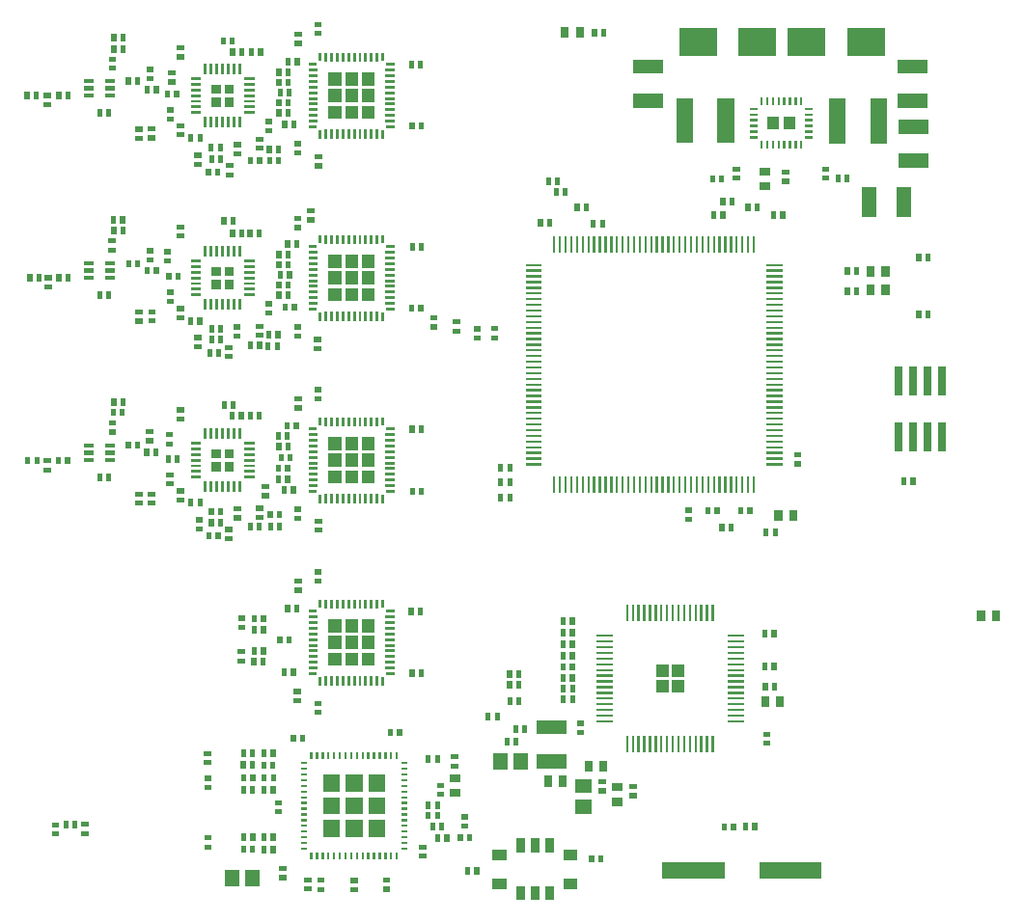
<source format=gbr>
G04 start of page 11 for group -4015 idx -4015 *
G04 Title: (unknown), toppaste *
G04 Creator: pcb 20110918 *
G04 CreationDate: Fri 21 Dec 2012 09:55:09 PM GMT UTC *
G04 For: pmonta *
G04 Format: Gerber/RS-274X *
G04 PCB-Dimensions: 400000 320000 *
G04 PCB-Coordinate-Origin: lower left *
%MOIN*%
%FSLAX25Y25*%
%LNTOPPASTE*%
%ADD192R,0.0350X0.0350*%
%ADD191R,0.0280X0.0280*%
%ADD190R,0.0140X0.0140*%
%ADD189R,0.0098X0.0098*%
%ADD188C,0.0001*%
%ADD187R,0.0078X0.0078*%
%ADD186R,0.0945X0.0945*%
%ADD185R,0.0492X0.0492*%
%ADD184R,0.0275X0.0275*%
%ADD183R,0.0177X0.0177*%
%ADD182R,0.0571X0.0571*%
%ADD181R,0.0260X0.0260*%
G54D181*X322400Y171600D02*Y164400D01*
X327400Y171600D02*Y164400D01*
X332400Y171600D02*Y164400D01*
X337400Y171600D02*Y164400D01*
Y191000D02*Y183800D01*
X332400Y191000D02*Y183800D01*
X327400Y191000D02*Y183800D01*
X322400Y191000D02*Y183800D01*
G54D182*X277258Y18300D02*X293006D01*
X243793D02*X259541D01*
G54D183*X327474Y153193D02*Y152407D01*
X324326Y153193D02*Y152407D01*
G54D184*X201441Y49492D02*Y48508D01*
X206559Y49492D02*Y48508D01*
G54D185*X184957Y56193D02*Y55407D01*
X192043Y56193D02*Y55407D01*
G54D183*X279474Y89193D02*Y88407D01*
X276326Y89193D02*Y88407D01*
X279426Y100393D02*Y99607D01*
X276278Y100393D02*Y99607D01*
X183874Y71693D02*Y70907D01*
X180726Y71693D02*Y70907D01*
X279574Y82193D02*Y81407D01*
X276426Y82193D02*Y81407D01*
G54D184*X281559Y76892D02*Y75908D01*
X276441Y76892D02*Y75908D01*
G54D183*X276607Y62126D02*X277393D01*
X276607Y65274D02*X277393D01*
X262300Y33593D02*Y32807D01*
X265448Y33593D02*Y32807D01*
X272774Y33693D02*Y32907D01*
X269626Y33693D02*Y32907D01*
G54D185*X324645Y296005D02*X330155D01*
X324645Y284195D02*X330155D01*
G54D186*X309465Y304500D02*X313007D01*
X288993D02*X292535D01*
G54D182*X315487Y282221D02*Y272379D01*
X301313Y282221D02*Y272379D01*
X262787Y282321D02*Y272479D01*
X248613Y282321D02*Y272479D01*
G54D186*X251493Y304500D02*X255035D01*
X271965D02*X275507D01*
G54D185*X233145Y296005D02*X238655D01*
X233145Y284195D02*X238655D01*
G54D183*X283107Y256326D02*X283893D01*
X283107Y259474D02*X283893D01*
G54D184*X275908Y254641D02*X276892D01*
X275908Y259759D02*X276892D01*
G54D183*X296907Y260574D02*X297693D01*
X296907Y257426D02*X297693D01*
X304674Y257693D02*Y256907D01*
X301526Y257693D02*Y256907D01*
X258226Y257593D02*Y256807D01*
X261374Y257593D02*Y256807D01*
X266107Y257426D02*X266893D01*
X266107Y260574D02*X266893D01*
X287181Y161848D02*X287967D01*
X287181Y158700D02*X287967D01*
G54D184*X286059Y141392D02*Y140408D01*
X280941Y141392D02*Y140408D01*
G54D183*X279874Y135493D02*Y134707D01*
X276726Y135493D02*Y134707D01*
X188174Y152693D02*Y151907D01*
X185026Y152693D02*Y151907D01*
X261426Y137193D02*Y136407D01*
X264574Y137193D02*Y136407D01*
X249507Y139526D02*X250293D01*
X249507Y142674D02*X250293D01*
X188174Y157793D02*Y157007D01*
X185026Y157793D02*Y157007D01*
X267926Y142893D02*Y142107D01*
X271074Y142893D02*Y142107D01*
X256626Y142893D02*Y142107D01*
X259774Y142893D02*Y142107D01*
X304826Y225793D02*Y225007D01*
X307974Y225793D02*Y225007D01*
G54D184*X312841Y225692D02*Y224708D01*
X317959Y225692D02*Y224708D01*
X312841Y219292D02*Y218308D01*
X317959Y219292D02*Y218308D01*
G54D183*X190226Y67393D02*Y66607D01*
X193374Y67393D02*Y66607D01*
X187226Y62993D02*Y62207D01*
X190374Y62993D02*Y62207D01*
G54D185*X199745Y67705D02*X205255D01*
X199745Y55895D02*X205255D01*
G54D183*X212207Y65900D02*X212993D01*
X212207Y69048D02*X212993D01*
X188174Y147493D02*Y146707D01*
X185026Y147493D02*Y146707D01*
X258626Y245093D02*Y244307D01*
X261774Y245093D02*Y244307D01*
X207374Y253093D02*Y252307D01*
X204226Y253093D02*Y252307D01*
X204674Y256693D02*Y255907D01*
X201526Y256693D02*Y255907D01*
X264974Y249793D02*Y249007D01*
X261826Y249793D02*Y249007D01*
X176607Y205374D02*X177393D01*
X176607Y202226D02*X177393D01*
G54D185*X324845Y263490D02*X330355D01*
X324845Y275300D02*X330355D01*
X312395Y252055D02*Y246545D01*
X324205Y252055D02*Y246545D01*
G54D183*X329400Y210693D02*Y209907D01*
X332548Y210693D02*Y209907D01*
X329452Y230493D02*Y229707D01*
X332600Y230493D02*Y229707D01*
X182533Y205448D02*X183319D01*
X182533Y202300D02*X183319D01*
X304826Y218693D02*Y217907D01*
X307974Y218693D02*Y217907D01*
X161607Y209148D02*X162393D01*
X161607Y206000D02*X162393D01*
X169407Y207748D02*X170193D01*
X169407Y204600D02*X170193D01*
G54D187*X275109Y269905D02*Y268133D01*
X277078Y269905D02*Y268133D01*
X279047Y269905D02*Y268133D01*
X281016Y269905D02*Y268133D01*
X282985Y269905D02*Y268133D01*
X284954Y269905D02*Y268133D01*
X286923Y269905D02*Y268133D01*
X288892Y269905D02*Y268133D01*
X288891Y284866D02*Y283094D01*
X286922Y284866D02*Y283094D01*
X284953Y284866D02*Y283094D01*
X282984Y284866D02*Y283094D01*
X281015Y284866D02*Y283094D01*
X279046Y284866D02*Y283094D01*
X277077Y284866D02*Y283094D01*
X275108Y284866D02*Y283094D01*
X290563Y271578D02*X292335D01*
X290563Y273547D02*X292335D01*
X290563Y275516D02*X292335D01*
X290563Y277485D02*X292335D01*
X290563Y279454D02*X292335D01*
X290563Y281423D02*X292335D01*
X271665Y281422D02*X273437D01*
X271665Y279453D02*X273437D01*
X271665Y277484D02*X273437D01*
X271665Y275515D02*X273437D01*
X271665Y273546D02*X273437D01*
X271665Y271577D02*X273437D01*
G54D188*G36*
X277150Y278550D02*Y274450D01*
X281250D01*
Y278550D01*
X277150D01*
G37*
G36*
X282750D02*Y274450D01*
X286850D01*
Y278550D01*
X282750D01*
G37*
G54D187*X263677Y69733D02*X268599D01*
X263677Y71702D02*X268599D01*
X263677Y73671D02*X268599D01*
X263677Y75640D02*X268599D01*
X263677Y77609D02*X268599D01*
X263677Y79578D02*X268599D01*
X263677Y81547D02*X268599D01*
X263677Y83516D02*X268599D01*
X263677Y85485D02*X268599D01*
X263677Y87454D02*X268599D01*
X263677Y89423D02*X268599D01*
X263677Y91392D02*X268599D01*
X263677Y93361D02*X268599D01*
X263677Y95330D02*X268599D01*
X263677Y97299D02*X268599D01*
X263677Y99268D02*X268599D01*
X218401Y99267D02*X223323D01*
X218401Y97298D02*X223323D01*
X218401Y95329D02*X223323D01*
X218401Y93360D02*X223323D01*
X218401Y91391D02*X223323D01*
X218401Y89422D02*X223323D01*
X218401Y87453D02*X223323D01*
X218401Y85484D02*X223323D01*
X218401Y83515D02*X223323D01*
X218401Y81546D02*X223323D01*
X218401Y79577D02*X223323D01*
X218401Y77608D02*X223323D01*
X218401Y75639D02*X223323D01*
X218401Y73670D02*X223323D01*
X218401Y71701D02*X223323D01*
X218401Y69732D02*X223323D01*
X258267Y109599D02*Y104677D01*
X256298Y109599D02*Y104677D01*
X254329Y109599D02*Y104677D01*
X252360Y109599D02*Y104677D01*
X250391Y109599D02*Y104677D01*
X248422Y109599D02*Y104677D01*
X246453Y109599D02*Y104677D01*
X244484Y109599D02*Y104677D01*
X242515Y109599D02*Y104677D01*
X240546Y109599D02*Y104677D01*
X238577Y109599D02*Y104677D01*
X236608Y109599D02*Y104677D01*
X234639Y109599D02*Y104677D01*
X232670Y109599D02*Y104677D01*
X230701Y109599D02*Y104677D01*
X228732Y109599D02*Y104677D01*
X228733Y64323D02*Y59401D01*
X230702Y64323D02*Y59401D01*
X232671Y64323D02*Y59401D01*
X234640Y64323D02*Y59401D01*
X236609Y64323D02*Y59401D01*
X238578Y64323D02*Y59401D01*
X240547Y64323D02*Y59401D01*
X242516Y64323D02*Y59401D01*
X244485Y64323D02*Y59401D01*
X246454Y64323D02*Y59401D01*
X248423Y64323D02*Y59401D01*
X250392Y64323D02*Y59401D01*
X252361Y64323D02*Y59401D01*
X254330Y64323D02*Y59401D01*
X256299Y64323D02*Y59401D01*
X258268Y64323D02*Y59401D01*
G54D188*G36*
X238650Y89350D02*Y85050D01*
X242950D01*
Y89350D01*
X238650D01*
G37*
G36*
Y83950D02*Y79650D01*
X242950D01*
Y83950D01*
X238650D01*
G37*
G36*
X244050Y89350D02*Y85050D01*
X248350D01*
Y89350D01*
X244050D01*
G37*
G36*
Y83950D02*Y79650D01*
X248350D01*
Y83950D01*
X244050D01*
G37*
G54D184*X212359Y308292D02*Y307308D01*
X207241Y308292D02*Y307308D01*
G54D183*X220574Y308193D02*Y307407D01*
X217426Y308193D02*Y307407D01*
X74107Y177374D02*X74893D01*
X74107Y174226D02*X74893D01*
X70207Y165626D02*X70993D01*
X70207Y168774D02*X70993D01*
X93807Y140026D02*X94593D01*
X93807Y143174D02*X94593D01*
X70407Y151826D02*X71193D01*
X70407Y154974D02*X71193D01*
X92674Y179493D02*Y178707D01*
X89526Y179493D02*Y178707D01*
X103307Y147726D02*X104093D01*
X103307Y150874D02*X104093D01*
X74107Y146226D02*X74893D01*
X74107Y149374D02*X74893D01*
X108900Y287393D02*Y286607D01*
X112048Y287393D02*Y286607D01*
X64107Y271352D02*X64893D01*
X64107Y274500D02*X64893D01*
X59807Y271252D02*X60593D01*
X59807Y274400D02*X60593D01*
X78026Y271793D02*Y271007D01*
X81174Y271793D02*Y271007D01*
X114507Y266226D02*X115293D01*
X114507Y269374D02*X115293D01*
X121807Y261726D02*X122593D01*
X121807Y264874D02*X122593D01*
X114807Y307174D02*X115593D01*
X114807Y304026D02*X115593D01*
X121607Y310574D02*X122393D01*
X121607Y307426D02*X122393D01*
X157374Y297093D02*Y296307D01*
X154226Y297093D02*Y296307D01*
X157574Y275893D02*Y275107D01*
X154426Y275893D02*Y275107D01*
X92374Y305293D02*Y304507D01*
X89226Y305293D02*Y304507D01*
X70607Y277926D02*X71393D01*
X70607Y281074D02*X71393D01*
X93807Y265926D02*X94593D01*
X93807Y269074D02*X94593D01*
X71107Y290726D02*X71893D01*
X71107Y293874D02*X71893D01*
X74033Y302496D02*X74819D01*
X74033Y299348D02*X74819D01*
X104507Y273878D02*X105293D01*
X104507Y277026D02*X105293D01*
X74007Y272426D02*X74793D01*
X74007Y275574D02*X74793D01*
X84126Y259893D02*Y259107D01*
X87274Y259893D02*Y259107D01*
X80107Y262226D02*X80893D01*
X80107Y265374D02*X80893D01*
X88174Y268393D02*Y267607D01*
X85026Y268393D02*Y267607D01*
X85226Y264393D02*Y263607D01*
X88374Y264393D02*Y263607D01*
X69926Y286893D02*Y286107D01*
X73074Y286893D02*Y286107D01*
X63607Y295074D02*X64393D01*
X63607Y291926D02*X64393D01*
X101307Y267826D02*X102093D01*
X101307Y270974D02*X102093D01*
X108274Y267793D02*Y267007D01*
X105126Y267793D02*Y267007D01*
X108374Y263893D02*Y263107D01*
X105226Y263893D02*Y263107D01*
X98626Y263893D02*Y263107D01*
X101774Y263893D02*Y263107D01*
X91007Y258626D02*X91793D01*
X91007Y261774D02*X91793D01*
X62926Y288393D02*Y287607D01*
X66074Y288393D02*Y287607D01*
X92426Y301393D02*Y300607D01*
X95574Y301393D02*Y300607D01*
X98926Y301393D02*Y300607D01*
X102074Y301393D02*Y300607D01*
X108326Y153793D02*Y153007D01*
X111474Y153793D02*Y153007D01*
X108326Y157593D02*Y156807D01*
X111474Y157593D02*Y156807D01*
X108426Y164993D02*Y164207D01*
X111574Y164993D02*Y164207D01*
X108226Y168693D02*Y167907D01*
X111374Y168693D02*Y167907D01*
X84326Y134293D02*Y133507D01*
X87474Y134293D02*Y133507D01*
X84526Y197393D02*Y196607D01*
X87674Y197393D02*Y196607D01*
X108426Y217393D02*Y216607D01*
X111574Y217393D02*Y216607D01*
X108426Y220893D02*Y220107D01*
X111574Y220893D02*Y220107D01*
X108426Y227893D02*Y227107D01*
X111574Y227893D02*Y227107D01*
X108426Y231393D02*Y230607D01*
X111574Y231393D02*Y230607D01*
X108426Y280393D02*Y279607D01*
X111574Y280393D02*Y279607D01*
X108426Y283893D02*Y283107D01*
X111574Y283893D02*Y283107D01*
X108426Y290893D02*Y290107D01*
X111574Y290893D02*Y290107D01*
X108426Y294393D02*Y293607D01*
X111574Y294393D02*Y293607D01*
X64007Y145126D02*X64793D01*
X64007Y148274D02*X64793D01*
X101307Y140226D02*X102093D01*
X101307Y143374D02*X102093D01*
X157574Y171093D02*Y170307D01*
X154426Y171093D02*Y170307D01*
X157674Y149593D02*Y148807D01*
X154526Y149593D02*Y148807D01*
X121607Y184374D02*X122393D01*
X121607Y181226D02*X122393D01*
X121807Y135826D02*X122593D01*
X121807Y138974D02*X122593D01*
X114607Y139926D02*X115393D01*
X114607Y143074D02*X115393D01*
X114807Y181126D02*X115593D01*
X114807Y177978D02*X115593D01*
X110326Y150193D02*Y149407D01*
X113474Y150193D02*Y149407D01*
X111326Y172293D02*Y171507D01*
X114474Y172293D02*Y171507D01*
X109226Y161293D02*Y160507D01*
X112374Y161293D02*Y160507D01*
X78026Y145693D02*Y144907D01*
X81174Y145693D02*Y144907D01*
X101407Y203126D02*X102193D01*
X101407Y206274D02*X102193D01*
X64207Y208126D02*X64993D01*
X64207Y211274D02*X64993D01*
X119007Y246174D02*X119793D01*
X119007Y243026D02*X119793D01*
X157474Y212893D02*Y212107D01*
X154326Y212893D02*Y212107D01*
X157674Y233993D02*Y233207D01*
X154526Y233993D02*Y233207D01*
X114533Y243548D02*X115319D01*
X114533Y240400D02*X115319D01*
X114581Y202852D02*X115367D01*
X114581Y206000D02*X115367D01*
X110652Y213267D02*Y212481D01*
X113800Y213267D02*Y212481D01*
X111426Y235093D02*Y234307D01*
X114574Y235093D02*Y234307D01*
X108926Y224393D02*Y223607D01*
X112074Y224393D02*Y223607D01*
X77926Y208393D02*Y207607D01*
X81074Y208393D02*Y207607D01*
X110426Y276393D02*Y275607D01*
X113574Y276393D02*Y275607D01*
X111626Y298093D02*Y297307D01*
X114774Y298093D02*Y297307D01*
X56426Y291393D02*Y290607D01*
X59574Y291393D02*Y290607D01*
X108574Y141593D02*Y140807D01*
X105426Y141593D02*Y140807D01*
X108674Y137393D02*Y136607D01*
X105526Y137393D02*Y136607D01*
X98526Y137393D02*Y136607D01*
X101674Y137393D02*Y136607D01*
X59807Y145126D02*X60593D01*
X59807Y148274D02*X60593D01*
X80507Y136226D02*X81293D01*
X80507Y139374D02*X81293D01*
X88274Y142593D02*Y141807D01*
X85126Y142593D02*Y141807D01*
Y138793D02*Y138007D01*
X88274Y138793D02*Y138007D01*
X90807Y132926D02*X91593D01*
X90807Y136074D02*X91593D01*
X98526Y175693D02*Y174907D01*
X101674Y175693D02*Y174907D01*
X92326Y175693D02*Y174907D01*
X95474Y175693D02*Y174907D01*
X70226Y160693D02*Y159907D01*
X73374Y160693D02*Y159907D01*
X62826Y163093D02*Y162307D01*
X65974Y163093D02*Y162307D01*
X63307Y169874D02*X64093D01*
X63307Y166726D02*X64093D01*
X56426Y165593D02*Y164807D01*
X59574Y165593D02*Y164807D01*
X51426Y180493D02*Y179707D01*
X54574Y180493D02*Y179707D01*
X51226Y176893D02*Y176107D01*
X54374Y176893D02*Y176107D01*
X50507Y169726D02*X51293D01*
X50507Y172874D02*X51293D01*
X49674Y217493D02*Y216707D01*
X46526Y217493D02*Y216707D01*
X49674Y154493D02*Y153707D01*
X46526Y154493D02*Y153707D01*
X28107Y156626D02*X28893D01*
X28107Y159774D02*X28893D01*
X32326Y160293D02*Y159507D01*
X35474Y160293D02*Y159507D01*
X21726Y160293D02*Y159507D01*
X24874Y160293D02*Y159507D01*
X74107Y209226D02*X74893D01*
X74107Y212374D02*X74893D01*
X69607Y228926D02*X70393D01*
X69607Y232074D02*X70393D01*
X93607Y202926D02*X94393D01*
X93607Y206074D02*X94393D01*
X92574Y242993D02*Y242207D01*
X89426Y242993D02*Y242207D01*
X70607Y214926D02*X71393D01*
X70607Y218074D02*X71393D01*
X104607Y210926D02*X105393D01*
X104607Y214074D02*X105393D01*
X74107Y240574D02*X74893D01*
X74107Y237426D02*X74893D01*
X108074Y203693D02*Y202907D01*
X104926Y203693D02*Y202907D01*
X107874Y199793D02*Y199007D01*
X104726Y199793D02*Y199007D01*
X98626Y200093D02*Y199307D01*
X101774Y200093D02*Y199307D01*
X59707Y208026D02*X60493D01*
X59707Y211174D02*X60493D01*
X80107Y199226D02*X80893D01*
X80107Y202374D02*X80893D01*
X88374Y205793D02*Y205007D01*
X85226Y205793D02*Y205007D01*
Y202093D02*Y201307D01*
X88374Y202093D02*Y201307D01*
X90707Y195826D02*X91493D01*
X90707Y198974D02*X91493D01*
X98426Y238693D02*Y237907D01*
X101574Y238693D02*Y237907D01*
X92426Y238693D02*Y237907D01*
X95574Y238693D02*Y237907D01*
X70426Y223893D02*Y223107D01*
X73574Y223893D02*Y223107D01*
X62926Y225893D02*Y225107D01*
X66074Y225893D02*Y225107D01*
X63607Y232374D02*X64393D01*
X63607Y229226D02*X64393D01*
X56526Y228293D02*Y227507D01*
X59674Y228293D02*Y227507D01*
X51426Y239693D02*Y238907D01*
X54574Y239693D02*Y238907D01*
X51326Y243493D02*Y242707D01*
X54474Y243493D02*Y242707D01*
X50407Y232626D02*X51193D01*
X50407Y235774D02*X51193D01*
X28307Y219926D02*X29093D01*
X28307Y223074D02*X29093D01*
X22426Y223393D02*Y222607D01*
X25574Y223393D02*Y222607D01*
X32426Y223393D02*Y222607D01*
X35574Y223393D02*Y222607D01*
X32426Y286393D02*Y285607D01*
X35574Y286393D02*Y285607D01*
X50607Y295426D02*X51393D01*
X50607Y298574D02*X51393D01*
X49674Y280493D02*Y279707D01*
X46526Y280493D02*Y279707D01*
X51426Y306393D02*Y305607D01*
X54574Y306393D02*Y305607D01*
X21426Y286393D02*Y285607D01*
X24574Y286393D02*Y285607D01*
X51426Y302393D02*Y301607D01*
X54574Y302393D02*Y301607D01*
X28107Y282926D02*X28893D01*
X28107Y286074D02*X28893D01*
G54D189*X119131Y296829D02*X120895D01*
X119131Y294860D02*X121295D01*
X119131Y292891D02*X121295D01*
X119131Y290922D02*X121295D01*
X119131Y288953D02*X121295D01*
X119131Y286984D02*X121295D01*
X119131Y285015D02*X121295D01*
X119131Y283046D02*X121295D01*
X119131Y281077D02*X121295D01*
X119131Y279108D02*X121295D01*
X119131Y277139D02*X121295D01*
X119131Y275170D02*X120895D01*
X146105Y275171D02*X147869D01*
X145705Y277140D02*X147869D01*
X145705Y279109D02*X147869D01*
X145705Y281078D02*X147869D01*
X145705Y283047D02*X147869D01*
X145705Y285016D02*X147869D01*
X145705Y286985D02*X147869D01*
X145705Y288954D02*X147869D01*
X145705Y290923D02*X147869D01*
X145705Y292892D02*X147869D01*
X145705Y294861D02*X147869D01*
X146105Y296830D02*X147869D01*
X122671Y273395D02*Y271631D01*
X124640Y273795D02*Y271631D01*
X126609Y273795D02*Y271631D01*
X128578Y273795D02*Y271631D01*
X130547Y273795D02*Y271631D01*
X132516Y273795D02*Y271631D01*
X134485Y273795D02*Y271631D01*
X136454Y273795D02*Y271631D01*
X138423Y273795D02*Y271631D01*
X140392Y273795D02*Y271631D01*
X142361Y273795D02*Y271631D01*
X144330Y273395D02*Y271631D01*
X144329Y300369D02*Y298605D01*
X142360Y300369D02*Y298205D01*
X140391Y300369D02*Y298205D01*
X138422Y300369D02*Y298205D01*
X136453Y300369D02*Y298205D01*
X134484Y300369D02*Y298205D01*
X132515Y300369D02*Y298205D01*
X130546Y300369D02*Y298205D01*
X128577Y300369D02*Y298205D01*
X126608Y300369D02*Y298205D01*
X124639Y300369D02*Y298205D01*
X122670Y300369D02*Y298605D01*
G54D188*G36*
X125600Y293900D02*Y289500D01*
X130000D01*
Y293900D01*
X125600D01*
G37*
G36*
X131300D02*Y289500D01*
X135700D01*
Y293900D01*
X131300D01*
G37*
G36*
X137000D02*Y289500D01*
X141400D01*
Y293900D01*
X137000D01*
G37*
G36*
X125600Y288200D02*Y283800D01*
X130000D01*
Y288200D01*
X125600D01*
G37*
G36*
X131300D02*Y283800D01*
X135700D01*
Y288200D01*
X131300D01*
G37*
G36*
X137000D02*Y283800D01*
X141400D01*
Y288200D01*
X137000D01*
G37*
G36*
X125600Y282500D02*Y278100D01*
X130000D01*
Y282500D01*
X125600D01*
G37*
G36*
X131300D02*Y278100D01*
X135700D01*
Y282500D01*
X131300D01*
G37*
G36*
X137000D02*Y278100D01*
X141400D01*
Y282500D01*
X137000D01*
G37*
G54D190*X41800Y291100D02*X43700D01*
X41800Y288500D02*X43700D01*
X41800Y285900D02*X43700D01*
X49300D02*X51200D01*
X49300Y288500D02*X51200D01*
X49300Y291100D02*X51200D01*
G54D189*X78508Y228907D02*X81066D01*
X78508Y226938D02*X81066D01*
X78508Y224969D02*X81066D01*
X78508Y223000D02*X81066D01*
X78508Y221031D02*X81066D01*
X78508Y219062D02*X81066D01*
X78508Y217093D02*X81066D01*
X96933D02*X99491D01*
X96933Y219062D02*X99491D01*
X96933Y221031D02*X99491D01*
X96933Y223000D02*X99491D01*
X96933Y224969D02*X99491D01*
X96933Y226938D02*X99491D01*
X96933Y228907D02*X99491D01*
X83093Y215067D02*Y212509D01*
X85062Y215067D02*Y212509D01*
X87031Y215067D02*Y212509D01*
X89000Y215067D02*Y212509D01*
X90969Y215067D02*Y212509D01*
X92938Y215067D02*Y212509D01*
X94907Y215067D02*Y212509D01*
Y233492D02*Y230934D01*
X92938Y233492D02*Y230934D01*
X90969Y233492D02*Y230934D01*
X89000Y233492D02*Y230934D01*
X87031Y233492D02*Y230934D01*
X85062Y233492D02*Y230934D01*
X83093Y233492D02*Y230934D01*
G54D188*G36*
X85150Y226850D02*Y223650D01*
X88350D01*
Y226850D01*
X85150D01*
G37*
G36*
Y222350D02*Y219150D01*
X88350D01*
Y222350D01*
X85150D01*
G37*
G36*
X89650Y226850D02*Y223650D01*
X92850D01*
Y226850D01*
X89650D01*
G37*
G36*
Y222350D02*Y219150D01*
X92850D01*
Y222350D01*
X89650D01*
G37*
G54D190*X41800Y228100D02*X43700D01*
X41800Y225500D02*X43700D01*
X41800Y222900D02*X43700D01*
X49300D02*X51200D01*
X49300Y225500D02*X51200D01*
X49300Y228100D02*X51200D01*
G54D189*X78508Y165907D02*X81066D01*
X78508Y163938D02*X81066D01*
X78508Y161969D02*X81066D01*
X78508Y160000D02*X81066D01*
X78508Y158031D02*X81066D01*
X78508Y156062D02*X81066D01*
X78508Y154093D02*X81066D01*
X96933D02*X99491D01*
X96933Y156062D02*X99491D01*
X96933Y158031D02*X99491D01*
X96933Y160000D02*X99491D01*
X96933Y161969D02*X99491D01*
X96933Y163938D02*X99491D01*
X96933Y165907D02*X99491D01*
X83093Y152067D02*Y149509D01*
X85062Y152067D02*Y149509D01*
X87031Y152067D02*Y149509D01*
X89000Y152067D02*Y149509D01*
X90969Y152067D02*Y149509D01*
X92938Y152067D02*Y149509D01*
X94907Y152067D02*Y149509D01*
Y170492D02*Y167934D01*
X92938Y170492D02*Y167934D01*
X90969Y170492D02*Y167934D01*
X89000Y170492D02*Y167934D01*
X87031Y170492D02*Y167934D01*
X85062Y170492D02*Y167934D01*
X83093Y170492D02*Y167934D01*
G54D188*G36*
X85150Y163850D02*Y160650D01*
X88350D01*
Y163850D01*
X85150D01*
G37*
G36*
Y159350D02*Y156150D01*
X88350D01*
Y159350D01*
X85150D01*
G37*
G36*
X89650Y163850D02*Y160650D01*
X92850D01*
Y163850D01*
X89650D01*
G37*
G36*
Y159350D02*Y156150D01*
X92850D01*
Y159350D01*
X89650D01*
G37*
G54D189*X119131Y170829D02*X120895D01*
X119131Y168860D02*X121295D01*
X119131Y166891D02*X121295D01*
X119131Y164922D02*X121295D01*
X119131Y162953D02*X121295D01*
X119131Y160984D02*X121295D01*
X119131Y159015D02*X121295D01*
X119131Y157046D02*X121295D01*
X119131Y155077D02*X121295D01*
X119131Y153108D02*X121295D01*
X119131Y151139D02*X121295D01*
X119131Y149170D02*X120895D01*
X146105Y149171D02*X147869D01*
X145705Y151140D02*X147869D01*
X145705Y153109D02*X147869D01*
X145705Y155078D02*X147869D01*
X145705Y157047D02*X147869D01*
X145705Y159016D02*X147869D01*
X145705Y160985D02*X147869D01*
X145705Y162954D02*X147869D01*
X145705Y164923D02*X147869D01*
X145705Y166892D02*X147869D01*
X145705Y168861D02*X147869D01*
X146105Y170830D02*X147869D01*
X122671Y147395D02*Y145631D01*
X124640Y147795D02*Y145631D01*
X126609Y147795D02*Y145631D01*
X128578Y147795D02*Y145631D01*
X130547Y147795D02*Y145631D01*
X132516Y147795D02*Y145631D01*
X134485Y147795D02*Y145631D01*
X136454Y147795D02*Y145631D01*
X138423Y147795D02*Y145631D01*
X140392Y147795D02*Y145631D01*
X142361Y147795D02*Y145631D01*
X144330Y147395D02*Y145631D01*
X144329Y174369D02*Y172605D01*
X142360Y174369D02*Y172205D01*
X140391Y174369D02*Y172205D01*
X138422Y174369D02*Y172205D01*
X136453Y174369D02*Y172205D01*
X134484Y174369D02*Y172205D01*
X132515Y174369D02*Y172205D01*
X130546Y174369D02*Y172205D01*
X128577Y174369D02*Y172205D01*
X126608Y174369D02*Y172205D01*
X124639Y174369D02*Y172205D01*
X122670Y174369D02*Y172605D01*
G54D188*G36*
X125600Y167900D02*Y163500D01*
X130000D01*
Y167900D01*
X125600D01*
G37*
G36*
X131300D02*Y163500D01*
X135700D01*
Y167900D01*
X131300D01*
G37*
G36*
X137000D02*Y163500D01*
X141400D01*
Y167900D01*
X137000D01*
G37*
G36*
X125600Y162200D02*Y157800D01*
X130000D01*
Y162200D01*
X125600D01*
G37*
G36*
X131300D02*Y157800D01*
X135700D01*
Y162200D01*
X131300D01*
G37*
G36*
X137000D02*Y157800D01*
X141400D01*
Y162200D01*
X137000D01*
G37*
G36*
X125600Y156500D02*Y152100D01*
X130000D01*
Y156500D01*
X125600D01*
G37*
G36*
X131300D02*Y152100D01*
X135700D01*
Y156500D01*
X131300D01*
G37*
G36*
X137000D02*Y152100D01*
X141400D01*
Y156500D01*
X137000D01*
G37*
G54D190*X41800Y165100D02*X43700D01*
X41800Y162500D02*X43700D01*
X41800Y159900D02*X43700D01*
X49300D02*X51200D01*
X49300Y162500D02*X51200D01*
X49300Y165100D02*X51200D01*
G54D187*X116388Y55267D02*X117766D01*
X116388Y53298D02*X117766D01*
X116388Y51329D02*X117766D01*
X116388Y49360D02*X117766D01*
X116388Y47391D02*X117766D01*
X116388Y45422D02*X117766D01*
X116388Y43453D02*X117766D01*
X116388Y41484D02*X117766D01*
X116388Y39515D02*X117766D01*
X116388Y37546D02*X117766D01*
X116388Y35577D02*X117766D01*
X116388Y33608D02*X117766D01*
X116388Y31639D02*X117766D01*
X116388Y29670D02*X117766D01*
X116388Y27701D02*X117766D01*
X116388Y25732D02*X117766D01*
X151034Y25733D02*X152412D01*
X151034Y27702D02*X152412D01*
X151034Y29671D02*X152412D01*
X151034Y31640D02*X152412D01*
X151034Y33609D02*X152412D01*
X151034Y35578D02*X152412D01*
X151034Y37547D02*X152412D01*
X151034Y39516D02*X152412D01*
X151034Y41485D02*X152412D01*
X151034Y43454D02*X152412D01*
X151034Y45423D02*X152412D01*
X151034Y47392D02*X152412D01*
X151034Y49361D02*X152412D01*
X151034Y51330D02*X152412D01*
X151034Y53299D02*X152412D01*
X151034Y55268D02*X152412D01*
X119633Y23866D02*Y22488D01*
X121602Y23866D02*Y22488D01*
X123571Y23866D02*Y22488D01*
X125540Y23866D02*Y22488D01*
X127509Y23866D02*Y22488D01*
X129478Y23866D02*Y22488D01*
X131447Y23866D02*Y22488D01*
X133416Y23866D02*Y22488D01*
X135385Y23866D02*Y22488D01*
X137354Y23866D02*Y22488D01*
X139323Y23866D02*Y22488D01*
X141292Y23866D02*Y22488D01*
X143261Y23866D02*Y22488D01*
X145230Y23866D02*Y22488D01*
X147199Y23866D02*Y22488D01*
X149168Y23866D02*Y22488D01*
X149167Y58512D02*Y57134D01*
X147198Y58512D02*Y57134D01*
X145229Y58512D02*Y57134D01*
X143260Y58512D02*Y57134D01*
X141291Y58512D02*Y57134D01*
X139322Y58512D02*Y57134D01*
X137353Y58512D02*Y57134D01*
X135384Y58512D02*Y57134D01*
X133415Y58512D02*Y57134D01*
X131446Y58512D02*Y57134D01*
X129477Y58512D02*Y57134D01*
X127508Y58512D02*Y57134D01*
X125539Y58512D02*Y57134D01*
X123570Y58512D02*Y57134D01*
X121601Y58512D02*Y57134D01*
X119632Y58512D02*Y57134D01*
G54D188*G36*
X123700Y51200D02*Y45400D01*
X129500D01*
Y51200D01*
X123700D01*
G37*
G36*
X131500D02*Y45400D01*
X137300D01*
Y51200D01*
X131500D01*
G37*
G36*
X139300D02*Y45400D01*
X145100D01*
Y51200D01*
X139300D01*
G37*
G36*
X123700Y43400D02*Y37600D01*
X129500D01*
Y43400D01*
X123700D01*
G37*
G36*
X131500D02*Y37600D01*
X137300D01*
Y43400D01*
X131500D01*
G37*
G36*
X139300D02*Y37600D01*
X145100D01*
Y43400D01*
X139300D01*
G37*
G36*
X123700Y35600D02*Y29800D01*
X129500D01*
Y35600D01*
X123700D01*
G37*
G36*
X131500D02*Y29800D01*
X137300D01*
Y35600D01*
X131500D01*
G37*
G36*
X139300D02*Y29800D01*
X145100D01*
Y35600D01*
X139300D01*
G37*
G54D183*X157707Y23126D02*X158493D01*
X157707Y26274D02*X158493D01*
X150074Y66293D02*Y65507D01*
X146926Y66293D02*Y65507D01*
X163174Y41193D02*Y40407D01*
X160026Y41193D02*Y40407D01*
X145207Y11726D02*X145993D01*
X145207Y14874D02*X145993D01*
X163174Y37593D02*Y36807D01*
X160026Y37593D02*Y36807D01*
X163174Y57193D02*Y56407D01*
X160026Y57193D02*Y56407D01*
X164722Y33793D02*Y33007D01*
X161574Y33793D02*Y33007D01*
X166474Y29793D02*Y29007D01*
X163326Y29793D02*Y29007D01*
X172181Y36648D02*X172967D01*
X172181Y33500D02*X172967D01*
X174274Y29893D02*Y29107D01*
X171126Y29893D02*Y29107D01*
X176748Y18493D02*Y17707D01*
X173600Y18493D02*Y17707D01*
X34852Y34493D02*Y33707D01*
X38000Y34493D02*Y33707D01*
X41107Y30952D02*X41893D01*
X41107Y34100D02*X41893D01*
X30907Y30826D02*X31693D01*
X30907Y33974D02*X31693D01*
G54D189*X119131Y107829D02*X120895D01*
X119131Y105860D02*X121295D01*
X119131Y103891D02*X121295D01*
X119131Y101922D02*X121295D01*
X119131Y99953D02*X121295D01*
X119131Y97984D02*X121295D01*
X119131Y96015D02*X121295D01*
X119131Y94046D02*X121295D01*
X119131Y92077D02*X121295D01*
X119131Y90108D02*X121295D01*
X119131Y88139D02*X121295D01*
X119131Y86170D02*X120895D01*
X146105Y86171D02*X147869D01*
X145705Y88140D02*X147869D01*
X145705Y90109D02*X147869D01*
X145705Y92078D02*X147869D01*
X145705Y94047D02*X147869D01*
X145705Y96016D02*X147869D01*
X145705Y97985D02*X147869D01*
X145705Y99954D02*X147869D01*
X145705Y101923D02*X147869D01*
X145705Y103892D02*X147869D01*
X145705Y105861D02*X147869D01*
X146105Y107830D02*X147869D01*
X122671Y84395D02*Y82631D01*
X124640Y84795D02*Y82631D01*
X126609Y84795D02*Y82631D01*
X128578Y84795D02*Y82631D01*
X130547Y84795D02*Y82631D01*
X132516Y84795D02*Y82631D01*
X134485Y84795D02*Y82631D01*
X136454Y84795D02*Y82631D01*
X138423Y84795D02*Y82631D01*
X140392Y84795D02*Y82631D01*
X142361Y84795D02*Y82631D01*
X144330Y84395D02*Y82631D01*
X144329Y111369D02*Y109605D01*
X142360Y111369D02*Y109205D01*
X140391Y111369D02*Y109205D01*
X138422Y111369D02*Y109205D01*
X136453Y111369D02*Y109205D01*
X134484Y111369D02*Y109205D01*
X132515Y111369D02*Y109205D01*
X130546Y111369D02*Y109205D01*
X128577Y111369D02*Y109205D01*
X126608Y111369D02*Y109205D01*
X124639Y111369D02*Y109205D01*
X122670Y111369D02*Y109605D01*
G54D188*G36*
X125600Y104900D02*Y100500D01*
X130000D01*
Y104900D01*
X125600D01*
G37*
G36*
X131300D02*Y100500D01*
X135700D01*
Y104900D01*
X131300D01*
G37*
G36*
X137000D02*Y100500D01*
X141400D01*
Y104900D01*
X137000D01*
G37*
G36*
X125600Y99200D02*Y94800D01*
X130000D01*
Y99200D01*
X125600D01*
G37*
G36*
X131300D02*Y94800D01*
X135700D01*
Y99200D01*
X131300D01*
G37*
G36*
X137000D02*Y94800D01*
X141400D01*
Y99200D01*
X137000D01*
G37*
G36*
X125600Y93500D02*Y89100D01*
X130000D01*
Y93500D01*
X125600D01*
G37*
G36*
X131300D02*Y89100D01*
X135700D01*
Y93500D01*
X131300D01*
G37*
G36*
X137000D02*Y89100D01*
X141400D01*
Y93500D01*
X137000D01*
G37*
G54D183*X95207Y102226D02*X95993D01*
X95207Y105374D02*X95993D01*
X99926Y105593D02*Y104807D01*
X103074Y105593D02*Y104807D01*
X99926Y101793D02*Y101007D01*
X103074Y101793D02*Y101007D01*
X95007Y90626D02*X95793D01*
X95007Y93774D02*X95793D01*
X99926Y94393D02*Y93607D01*
X103074Y94393D02*Y93607D01*
X99800Y90693D02*Y89907D01*
X102948Y90693D02*Y89907D01*
X110326Y87193D02*Y86407D01*
X113474Y87193D02*Y86407D01*
X108826Y98293D02*Y97507D01*
X111974Y98293D02*Y97507D01*
X111426Y108993D02*Y108207D01*
X114574Y108993D02*Y108207D01*
X114707Y118148D02*X115493D01*
X114707Y115000D02*X115493D01*
X114407Y76900D02*X115193D01*
X114407Y80048D02*X115193D01*
X121607Y72800D02*X122393D01*
X121607Y75948D02*X122393D01*
X157248Y107993D02*Y107207D01*
X154100Y107993D02*Y107207D01*
X157548Y86793D02*Y86007D01*
X154400Y86793D02*Y86007D01*
X121507Y121374D02*X122293D01*
X121507Y118226D02*X122293D01*
X122507Y11626D02*X123293D01*
X122507Y14774D02*X123293D01*
X118107Y11826D02*X118893D01*
X118107Y14974D02*X118893D01*
X133981Y11552D02*X134767D01*
X133981Y14700D02*X134767D01*
X113426Y64293D02*Y63507D01*
X116574Y64293D02*Y63507D01*
G54D185*X92157Y15993D02*Y15207D01*
X99243Y15993D02*Y15207D01*
G54D183*X83407Y55426D02*X84193D01*
X83407Y58574D02*X84193D01*
X83507Y46852D02*X84293D01*
X83507Y50000D02*X84293D01*
X83607Y26300D02*X84393D01*
X83607Y29448D02*X84393D01*
X107907Y41574D02*X108693D01*
X107907Y38426D02*X108693D01*
X99374Y25893D02*Y25107D01*
X96226Y25893D02*Y25107D01*
X106474Y25793D02*Y25007D01*
X103326Y25793D02*Y25007D01*
X99400Y30093D02*Y29307D01*
X96252Y30093D02*Y29307D01*
X106474Y30093D02*Y29307D01*
X103326Y30093D02*Y29307D01*
X99422Y50593D02*Y49807D01*
X96274Y50593D02*Y49807D01*
X106522Y50593D02*Y49807D01*
X103374Y50593D02*Y49807D01*
X99374Y46393D02*Y45607D01*
X96226Y46393D02*Y45607D01*
X106474Y46393D02*Y45607D01*
X103326Y46393D02*Y45607D01*
X99274Y55093D02*Y54307D01*
X96126Y55093D02*Y54307D01*
X106374Y54893D02*Y54107D01*
X103226Y54893D02*Y54107D01*
X99374Y59193D02*Y58407D01*
X96226Y59193D02*Y58407D01*
X106474Y59193D02*Y58407D01*
X103326Y59193D02*Y58407D01*
X109407Y15726D02*X110193D01*
X109407Y18874D02*X110193D01*
X209748Y100693D02*Y99907D01*
X206600Y100693D02*Y99907D01*
X206626Y104693D02*Y103907D01*
X209774Y104693D02*Y103907D01*
X206626Y96793D02*Y96007D01*
X209774Y96793D02*Y96007D01*
Y92693D02*Y91907D01*
X206626Y92693D02*Y91907D01*
Y88893D02*Y88107D01*
X209774Y88893D02*Y88107D01*
X209826Y85093D02*Y84307D01*
X206678Y85093D02*Y84307D01*
X206726Y81493D02*Y80707D01*
X209874Y81493D02*Y80707D01*
Y77693D02*Y76907D01*
X206726Y77693D02*Y76907D01*
X191248Y86493D02*Y85707D01*
X188100Y86493D02*Y85707D01*
X191248Y82693D02*Y81907D01*
X188100Y82693D02*Y81907D01*
X191348Y76993D02*Y76207D01*
X188200Y76993D02*Y76207D01*
G54D187*X194102Y227457D02*X198826D01*
X194102Y225488D02*X198826D01*
X194102Y223519D02*X198826D01*
X194102Y221550D02*X198826D01*
X194102Y219581D02*X198826D01*
X194102Y217612D02*X198826D01*
X194102Y215643D02*X198826D01*
X194102Y213674D02*X198826D01*
X194102Y211705D02*X198826D01*
X194102Y209736D02*X198826D01*
X194102Y207767D02*X198826D01*
X194102Y205798D02*X198826D01*
X194102Y203829D02*X198826D01*
X194102Y201860D02*X198826D01*
X194102Y199891D02*X198826D01*
X194102Y197922D02*X198826D01*
X194102Y195953D02*X198826D01*
X194102Y193984D02*X198826D01*
X194102Y192015D02*X198826D01*
X194102Y190046D02*X198826D01*
X194102Y188077D02*X198826D01*
X194102Y186108D02*X198826D01*
X194102Y184139D02*X198826D01*
X194102Y182170D02*X198826D01*
X194102Y180201D02*X198826D01*
X194102Y178232D02*X198826D01*
X194102Y176263D02*X198826D01*
X194102Y174294D02*X198826D01*
X194102Y172325D02*X198826D01*
X194102Y170356D02*X198826D01*
X194102Y168387D02*X198826D01*
X194102Y166418D02*X198826D01*
X194102Y164449D02*X198826D01*
X194102Y162480D02*X198826D01*
X194102Y160511D02*X198826D01*
X194102Y158542D02*X198826D01*
X277173Y158543D02*X281897D01*
X277173Y160512D02*X281897D01*
X277173Y162481D02*X281897D01*
X277173Y164450D02*X281897D01*
X277173Y166419D02*X281897D01*
X277173Y168388D02*X281897D01*
X277173Y170357D02*X281897D01*
X277173Y172326D02*X281897D01*
X277173Y174295D02*X281897D01*
X277173Y176264D02*X281897D01*
X277173Y178233D02*X281897D01*
X277173Y180202D02*X281897D01*
X277173Y182171D02*X281897D01*
X277173Y184140D02*X281897D01*
X277173Y186109D02*X281897D01*
X277173Y188078D02*X281897D01*
X277173Y190047D02*X281897D01*
X277173Y192016D02*X281897D01*
X277173Y193985D02*X281897D01*
X277173Y195954D02*X281897D01*
X277173Y197923D02*X281897D01*
X277173Y199892D02*X281897D01*
X277173Y201861D02*X281897D01*
X277173Y203830D02*X281897D01*
X277173Y205799D02*X281897D01*
X277173Y207768D02*X281897D01*
X277173Y209737D02*X281897D01*
X277173Y211706D02*X281897D01*
X277173Y213675D02*X281897D01*
X277173Y215644D02*X281897D01*
X277173Y217613D02*X281897D01*
X277173Y219582D02*X281897D01*
X277173Y221551D02*X281897D01*
X277173Y223520D02*X281897D01*
X277173Y225489D02*X281897D01*
X277173Y227458D02*X281897D01*
X203543Y153827D02*Y149103D01*
X205512Y153827D02*Y149103D01*
X207481Y153827D02*Y149103D01*
X209450Y153827D02*Y149103D01*
X211419Y153827D02*Y149103D01*
X213388Y153827D02*Y149103D01*
X215357Y153827D02*Y149103D01*
X217326Y153827D02*Y149103D01*
X219295Y153827D02*Y149103D01*
X221264Y153827D02*Y149103D01*
X223233Y153827D02*Y149103D01*
X225202Y153827D02*Y149103D01*
X227171Y153827D02*Y149103D01*
X229140Y153827D02*Y149103D01*
X231109Y153827D02*Y149103D01*
X233078Y153827D02*Y149103D01*
X235047Y153827D02*Y149103D01*
X237016Y153827D02*Y149103D01*
X238985Y153827D02*Y149103D01*
X240954Y153827D02*Y149103D01*
X242923Y153827D02*Y149103D01*
X244892Y153827D02*Y149103D01*
X246861Y153827D02*Y149103D01*
X248830Y153827D02*Y149103D01*
X250799Y153827D02*Y149103D01*
X252768Y153827D02*Y149103D01*
X254737Y153827D02*Y149103D01*
X256706Y153827D02*Y149103D01*
X258675Y153827D02*Y149103D01*
X260644Y153827D02*Y149103D01*
X262613Y153827D02*Y149103D01*
X264582Y153827D02*Y149103D01*
X266551Y153827D02*Y149103D01*
X268520Y153827D02*Y149103D01*
X270489Y153827D02*Y149103D01*
X272458Y153827D02*Y149103D01*
X272457Y236898D02*Y232174D01*
X270488Y236898D02*Y232174D01*
X268519Y236898D02*Y232174D01*
X266550Y236898D02*Y232174D01*
X264581Y236898D02*Y232174D01*
X262612Y236898D02*Y232174D01*
X260643Y236898D02*Y232174D01*
X258674Y236898D02*Y232174D01*
X256705Y236898D02*Y232174D01*
X254736Y236898D02*Y232174D01*
X252767Y236898D02*Y232174D01*
X250798Y236898D02*Y232174D01*
X248829Y236898D02*Y232174D01*
X246860Y236898D02*Y232174D01*
X244891Y236898D02*Y232174D01*
X242922Y236898D02*Y232174D01*
X240953Y236898D02*Y232174D01*
X238984Y236898D02*Y232174D01*
X237015Y236898D02*Y232174D01*
X235046Y236898D02*Y232174D01*
X233077Y236898D02*Y232174D01*
X231108Y236898D02*Y232174D01*
X229139Y236898D02*Y232174D01*
X227170Y236898D02*Y232174D01*
X225201Y236898D02*Y232174D01*
X223232Y236898D02*Y232174D01*
X221263Y236898D02*Y232174D01*
X219294Y236898D02*Y232174D01*
X217325Y236898D02*Y232174D01*
X215356Y236898D02*Y232174D01*
X213387Y236898D02*Y232174D01*
X211418Y236898D02*Y232174D01*
X209449Y236898D02*Y232174D01*
X207480Y236898D02*Y232174D01*
X205511Y236898D02*Y232174D01*
X203542Y236898D02*Y232174D01*
G54D189*X78508Y291907D02*X81066D01*
X78508Y289938D02*X81066D01*
X78508Y287969D02*X81066D01*
X78508Y286000D02*X81066D01*
X78508Y284031D02*X81066D01*
X78508Y282062D02*X81066D01*
X78508Y280093D02*X81066D01*
X96933D02*X99491D01*
X96933Y282062D02*X99491D01*
X96933Y284031D02*X99491D01*
X96933Y286000D02*X99491D01*
X96933Y287969D02*X99491D01*
X96933Y289938D02*X99491D01*
X96933Y291907D02*X99491D01*
X83093Y278067D02*Y275509D01*
X85062Y278067D02*Y275509D01*
X87031Y278067D02*Y275509D01*
X89000Y278067D02*Y275509D01*
X90969Y278067D02*Y275509D01*
X92938Y278067D02*Y275509D01*
X94907Y278067D02*Y275509D01*
Y296492D02*Y293934D01*
X92938Y296492D02*Y293934D01*
X90969Y296492D02*Y293934D01*
X89000Y296492D02*Y293934D01*
X87031Y296492D02*Y293934D01*
X85062Y296492D02*Y293934D01*
X83093Y296492D02*Y293934D01*
G54D188*G36*
X85150Y289850D02*Y286650D01*
X88350D01*
Y289850D01*
X85150D01*
G37*
G36*
Y285350D02*Y282150D01*
X88350D01*
Y285350D01*
X85150D01*
G37*
G36*
X89650Y289850D02*Y286650D01*
X92850D01*
Y289850D01*
X89650D01*
G37*
G36*
Y285350D02*Y282150D01*
X92850D01*
Y285350D01*
X89650D01*
G37*
G54D184*X224708Y41889D02*X225692D01*
X224708Y47007D02*X225692D01*
G54D183*X230307Y44000D02*X231093D01*
X230307Y47148D02*X231093D01*
G54D184*X215382Y54592D02*Y53608D01*
X220500Y54592D02*Y53608D01*
G54D185*X213207Y40257D02*X213993D01*
X213207Y47343D02*X213993D01*
G54D183*X219707Y45652D02*X220493D01*
X219707Y48800D02*X220493D01*
G54D191*X201900Y27850D02*Y25750D01*
X196900Y27850D02*Y25750D01*
X191900Y27850D02*Y25750D01*
Y11450D02*Y9350D01*
X196900Y11450D02*Y9350D01*
X201900Y11450D02*Y9350D01*
G54D192*X184000Y23600D02*X185400D01*
X184000Y13600D02*X185400D01*
X208400D02*X209800D01*
X208400Y23600D02*X209800D01*
G54D183*X279300Y245193D02*Y244407D01*
X282448Y245193D02*Y244407D01*
X270500Y247693D02*Y246907D01*
X273648Y247693D02*Y246907D01*
X211452Y247793D02*Y247007D01*
X214600Y247793D02*Y247007D01*
X217026Y242093D02*Y241307D01*
X220174Y242093D02*Y241307D01*
X198826Y242493D02*Y241707D01*
X201974Y242493D02*Y241707D01*
G54D184*X350941Y106792D02*Y105808D01*
X356059Y106792D02*Y105808D01*
G54D183*X121407Y198526D02*X122193D01*
X121407Y201674D02*X122193D01*
G54D189*X119131Y233829D02*X120895D01*
X119131Y231860D02*X121295D01*
X119131Y229891D02*X121295D01*
X119131Y227922D02*X121295D01*
X119131Y225953D02*X121295D01*
X119131Y223984D02*X121295D01*
X119131Y222015D02*X121295D01*
X119131Y220046D02*X121295D01*
X119131Y218077D02*X121295D01*
X119131Y216108D02*X121295D01*
X119131Y214139D02*X121295D01*
X119131Y212170D02*X120895D01*
X146105Y212171D02*X147869D01*
X145705Y214140D02*X147869D01*
X145705Y216109D02*X147869D01*
X145705Y218078D02*X147869D01*
X145705Y220047D02*X147869D01*
X145705Y222016D02*X147869D01*
X145705Y223985D02*X147869D01*
X145705Y225954D02*X147869D01*
X145705Y227923D02*X147869D01*
X145705Y229892D02*X147869D01*
X145705Y231861D02*X147869D01*
X146105Y233830D02*X147869D01*
X122671Y210395D02*Y208631D01*
X124640Y210795D02*Y208631D01*
X126609Y210795D02*Y208631D01*
X128578Y210795D02*Y208631D01*
X130547Y210795D02*Y208631D01*
X132516Y210795D02*Y208631D01*
X134485Y210795D02*Y208631D01*
X136454Y210795D02*Y208631D01*
X138423Y210795D02*Y208631D01*
X140392Y210795D02*Y208631D01*
X142361Y210795D02*Y208631D01*
X144330Y210395D02*Y208631D01*
X144329Y237369D02*Y235605D01*
X142360Y237369D02*Y235205D01*
X140391Y237369D02*Y235205D01*
X138422Y237369D02*Y235205D01*
X136453Y237369D02*Y235205D01*
X134484Y237369D02*Y235205D01*
X132515Y237369D02*Y235205D01*
X130546Y237369D02*Y235205D01*
X128577Y237369D02*Y235205D01*
X126608Y237369D02*Y235205D01*
X124639Y237369D02*Y235205D01*
X122670Y237369D02*Y235605D01*
G54D188*G36*
X125600Y230900D02*Y226500D01*
X130000D01*
Y230900D01*
X125600D01*
G37*
G36*
X131300D02*Y226500D01*
X135700D01*
Y230900D01*
X131300D01*
G37*
G36*
X137000D02*Y226500D01*
X141400D01*
Y230900D01*
X137000D01*
G37*
G36*
X125600Y225200D02*Y220800D01*
X130000D01*
Y225200D01*
X125600D01*
G37*
G36*
X131300D02*Y220800D01*
X135700D01*
Y225200D01*
X131300D01*
G37*
G36*
X137000D02*Y220800D01*
X141400D01*
Y225200D01*
X137000D01*
G37*
G36*
X125600Y219500D02*Y215100D01*
X130000D01*
Y219500D01*
X125600D01*
G37*
G36*
X131300D02*Y215100D01*
X135700D01*
Y219500D01*
X131300D01*
G37*
G36*
X137000D02*Y215100D01*
X141400D01*
Y219500D01*
X137000D01*
G37*
G54D183*X219589Y22621D02*Y21835D01*
X216441Y22621D02*Y21835D01*
X168807Y57448D02*X169593D01*
X168807Y54300D02*X169593D01*
G54D184*X168708Y50059D02*X169692D01*
X168708Y44941D02*X169692D01*
G54D183*X163907Y47600D02*X164693D01*
X163907Y44452D02*X164693D01*
M02*

</source>
